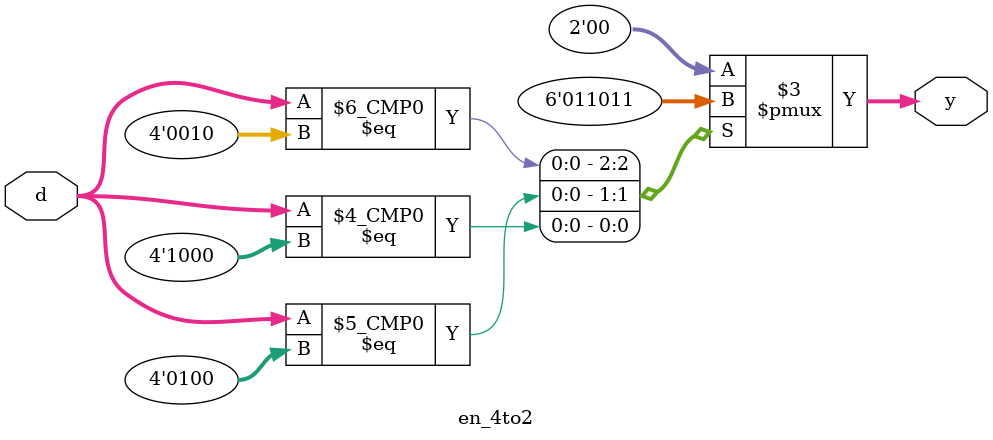
<source format=v>
`timescale 1ns / 1ps
module en_4to2(d,y);
input [3:0] d;
output reg [1:0] y;
always@(*) begin 
case(d)
4'b0001: y = 2'b00;
4'b0010: y = 2'b01;
4'b0100: y = 2'b10;
4'b1000: y = 2'b11;
default: y = 2'b00;
endcase
end
endmodule
</source>
